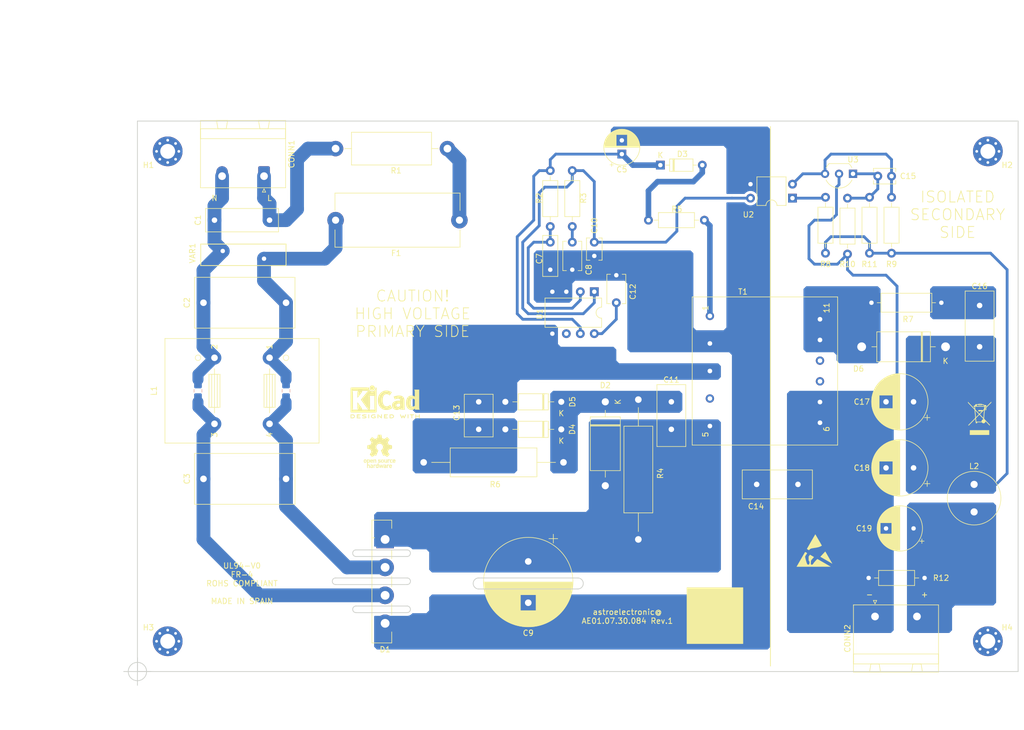
<source format=kicad_pcb>
(kicad_pcb (version 20171130) (host pcbnew 5.1.6-c6e7f7d~86~ubuntu16.04.1)
  (title_block (title "VIPer53 AD/DC Flyback. 12Vdc/2A output.") (date 2020-06-04) (rev 1) (company astroelectronic@))
  (layers (0 F.Cu signal) (31 B.Cu signal) (34 B.Paste user) (35 F.Paste user) (36 B.SilkS user) (37 F.SilkS user) (38 B.Mask user) (39 F.Mask user) (44 Edge.Cuts user))
  (net 0 "")
  (net 1 /LINE)
  (net 2 /NEUTRAL)
  (net 3 "Net-(C2-Pad1)")
  (net 4 "Net-(C3-Pad1)")
  (net 5 "Net-(C3-Pad2)")
  (net 6 GNDREF)
  (net 7 "Net-(C8-Pad1)")
  (net 8 "Net-(C13-Pad2)")
  (net 9 GND)
  (net 10 "Net-(C16-Pad2)")
  (net 11 /RAW)
  (net 12 /VOUT)
  (net 13 "Net-(D3-Pad2)")
  (net 14 "Net-(F1-Pad2)")
  (net 15 "Net-(U1-Pad6)")
  (net 16 "Net-(T1-Pad4)")
  (net 17 /VDD)
  (net 18 /OSC)
  (net 19 /COMP)
  (net 20 /TOVL)
  (net 21 /DRAIN)
  (net 22 /REF)
  (net 23 /BIAS)
  (net 24 /DC_LINK_H)
  (net 25 /DC_LINK_L)
  (net 26 /ISO_K)
  (net 27 /SEC)
  (net 28 /ISO_A)
  (net 29 "Net-(H1-Pad1)")
  (net 30 "Net-(H2-Pad1)")
  (net 31 "Net-(H3-Pad1)")
  (net 32 "Net-(H4-Pad1)")
  (module MountingHole:MountingHole_2.7mm_Pad_Via (layer F.Cu) (at 234.5 143.5)
    (fp_text reference H4 (at 3.5 -2.5) (layer F.SilkS))
    (fp_text value M2.5)
    (pad 1 thru_hole circle (at 1.431891 -1.431891) (size 0.8 0.8) (drill 0.5) (layers *.Cu *.Mask) (net 32 "Net-(H4-Pad1)"))
    (pad 1 thru_hole circle (at 0 -2.025) (size 0.8 0.8) (drill 0.5) (layers *.Cu *.Mask) (net 32 "Net-(H4-Pad1)"))
    (pad 1 thru_hole circle (at -1.431891 -1.431891) (size 0.8 0.8) (drill 0.5) (layers *.Cu *.Mask) (net 32 "Net-(H4-Pad1)"))
    (pad 1 thru_hole circle (at -2.025 0) (size 0.8 0.8) (drill 0.5) (layers *.Cu *.Mask) (net 32 "Net-(H4-Pad1)"))
    (pad 1 thru_hole circle (at -1.431891 1.431891) (size 0.8 0.8) (drill 0.5) (layers *.Cu *.Mask) (net 32 "Net-(H4-Pad1)"))
    (pad 1 thru_hole circle (at 0 2.025) (size 0.8 0.8) (drill 0.5) (layers *.Cu *.Mask) (net 32 "Net-(H4-Pad1)"))
    (pad 1 thru_hole circle (at 1.431891 1.431891) (size 0.8 0.8) (drill 0.5) (layers *.Cu *.Mask) (net 32 "Net-(H4-Pad1)"))
    (pad 1 thru_hole circle (at 2.025 0) (size 0.8 0.8) (drill 0.5) (layers *.Cu *.Mask) (net 32 "Net-(H4-Pad1)"))
    (pad 1 thru_hole circle (at 0 0) (size 5.4 5.4) (drill 2.7) (layers *.Cu *.Mask) (net 32 "Net-(H4-Pad1)"))
  )
  (module MountingHole:MountingHole_2.7mm_Pad_Via (layer F.Cu) (at 85.5 143.5)
    (fp_text reference H3 (at -3.5 -2.5) (layer F.SilkS))
    (fp_text value M2.5)
    (pad 1 thru_hole circle (at 1.431891 -1.431891) (size 0.8 0.8) (drill 0.5) (layers *.Cu *.Mask) (net 31 "Net-(H3-Pad1)"))
    (pad 1 thru_hole circle (at 0 -2.025) (size 0.8 0.8) (drill 0.5) (layers *.Cu *.Mask) (net 31 "Net-(H3-Pad1)"))
    (pad 1 thru_hole circle (at -1.431891 -1.431891) (size 0.8 0.8) (drill 0.5) (layers *.Cu *.Mask) (net 31 "Net-(H3-Pad1)"))
    (pad 1 thru_hole circle (at -2.025 0) (size 0.8 0.8) (drill 0.5) (layers *.Cu *.Mask) (net 31 "Net-(H3-Pad1)"))
    (pad 1 thru_hole circle (at -1.431891 1.431891) (size 0.8 0.8) (drill 0.5) (layers *.Cu *.Mask) (net 31 "Net-(H3-Pad1)"))
    (pad 1 thru_hole circle (at 0 2.025) (size 0.8 0.8) (drill 0.5) (layers *.Cu *.Mask) (net 31 "Net-(H3-Pad1)"))
    (pad 1 thru_hole circle (at 1.431891 1.431891) (size 0.8 0.8) (drill 0.5) (layers *.Cu *.Mask) (net 31 "Net-(H3-Pad1)"))
    (pad 1 thru_hole circle (at 2.025 0) (size 0.8 0.8) (drill 0.5) (layers *.Cu *.Mask) (net 31 "Net-(H3-Pad1)"))
    (pad 1 thru_hole circle (at 0 0) (size 5.4 5.4) (drill 2.7) (layers *.Cu *.Mask) (net 31 "Net-(H3-Pad1)"))
  )
  (module MountingHole:MountingHole_2.7mm_Pad_Via (layer F.Cu) (at 234.5 54.5)
    (fp_text reference H2 (at 3.5 2.5) (layer F.SilkS))
    (fp_text value M2.5)
    (pad 1 thru_hole circle (at 1.431891 -1.431891) (size 0.8 0.8) (drill 0.5) (layers *.Cu *.Mask) (net 30 "Net-(H2-Pad1)"))
    (pad 1 thru_hole circle (at 0 -2.025) (size 0.8 0.8) (drill 0.5) (layers *.Cu *.Mask) (net 30 "Net-(H2-Pad1)"))
    (pad 1 thru_hole circle (at -1.431891 -1.431891) (size 0.8 0.8) (drill 0.5) (layers *.Cu *.Mask) (net 30 "Net-(H2-Pad1)"))
    (pad 1 thru_hole circle (at -2.025 0) (size 0.8 0.8) (drill 0.5) (layers *.Cu *.Mask) (net 30 "Net-(H2-Pad1)"))
    (pad 1 thru_hole circle (at -1.431891 1.431891) (size 0.8 0.8) (drill 0.5) (layers *.Cu *.Mask) (net 30 "Net-(H2-Pad1)"))
    (pad 1 thru_hole circle (at 0 2.025) (size 0.8 0.8) (drill 0.5) (layers *.Cu *.Mask) (net 30 "Net-(H2-Pad1)"))
    (pad 1 thru_hole circle (at 1.431891 1.431891) (size 0.8 0.8) (drill 0.5) (layers *.Cu *.Mask) (net 30 "Net-(H2-Pad1)"))
    (pad 1 thru_hole circle (at 2.025 0) (size 0.8 0.8) (drill 0.5) (layers *.Cu *.Mask) (net 30 "Net-(H2-Pad1)"))
    (pad 1 thru_hole circle (at 0 0) (size 5.4 5.4) (drill 2.7) (layers *.Cu *.Mask) (net 30 "Net-(H2-Pad1)"))
  )
  (module MountingHole:MountingHole_2.7mm_Pad_Via (layer F.Cu) (at 85.5 54.5)
    (fp_text reference H1 (at -3.5 2.5) (layer F.SilkS))
    (fp_text value M2.5)
    (pad 1 thru_hole circle (at 1.431891 -1.431891) (size 0.8 0.8) (drill 0.5) (layers *.Cu *.Mask) (net 29 "Net-(H1-Pad1)"))
    (pad 1 thru_hole circle (at 0 -2.025) (size 0.8 0.8) (drill 0.5) (layers *.Cu *.Mask) (net 29 "Net-(H1-Pad1)"))
    (pad 1 thru_hole circle (at -1.431891 -1.431891) (size 0.8 0.8) (drill 0.5) (layers *.Cu *.Mask) (net 29 "Net-(H1-Pad1)"))
    (pad 1 thru_hole circle (at -2.025 0) (size 0.8 0.8) (drill 0.5) (layers *.Cu *.Mask) (net 29 "Net-(H1-Pad1)"))
    (pad 1 thru_hole circle (at -1.431891 1.431891) (size 0.8 0.8) (drill 0.5) (layers *.Cu *.Mask) (net 29 "Net-(H1-Pad1)"))
    (pad 1 thru_hole circle (at 0 2.025) (size 0.8 0.8) (drill 0.5) (layers *.Cu *.Mask) (net 29 "Net-(H1-Pad1)"))
    (pad 1 thru_hole circle (at 1.431891 1.431891) (size 0.8 0.8) (drill 0.5) (layers *.Cu *.Mask) (net 29 "Net-(H1-Pad1)"))
    (pad 1 thru_hole circle (at 2.025 0) (size 0.8 0.8) (drill 0.5) (layers *.Cu *.Mask) (net 29 "Net-(H1-Pad1)"))
    (pad 1 thru_hole circle (at 0 0) (size 5.4 5.4) (drill 2.7) (layers *.Cu *.Mask) (net 29 "Net-(H1-Pad1)"))
  )
  (module Symbol:WEEE-Logo_4.2x6mm_SilkScreen (layer F.Cu) (at 233 103)
    (fp_text reference REF** hide)
    (fp_text value WEEE-Logo_4.2x6mm_SilkScreen hide)
  )
  (module Symbol:OSHW-Logo_5.7x6mm_SilkScreen (layer F.Cu) (at 124 109)
    (fp_text reference REF** hide)
    (fp_text value OSHW-Logo_5.7x6mm_SilkScreen hide)
  )
  (module Symbol:KiCad-Logo2_5mm_SilkScreen (layer F.Cu) (at 125 100)
    (fp_text reference REF** hide)
    (fp_text value KiCad-Logo2_5mm_SilkScreen hide)
  )
  (module Symbol:ESD-Logo_6.6x6mm_SilkScreen (layer F.Cu) (at 203 127)
    (fp_text reference REF** hide)
    (fp_text value ESD-Logo_6.6x6mm_SilkScreen hide)
  )
  (module Resistor_SMD:R_0805_2012Metric (layer B.Cu) (at 107 98 90)
    (fp_text reference REF** hide)
    (fp_text value R_0805_2012Metric)
    (pad 2 smd roundrect (at 0.9375 0 90) (size 0.975 1.4) (layers B.Cu B.Paste B.Mask) (net 3 "Net-(C2-Pad1)"))
    (pad 1 smd roundrect (at -0.9375 0 90) (size 0.975 1.4) (layers B.Cu B.Paste B.Mask) (net 4 "Net-(C3-Pad1)"))
  )
  (module Resistor_SMD:R_0805_2012Metric (layer B.Cu) (at 91 98 90)
    (fp_text reference REF** hide)
    (fp_text value R_0805_2012Metric)
    (pad 2 smd roundrect (at 0.9375 0 90) (size 0.975 1.4) (layers B.Cu B.Paste B.Mask) (net 2 /NEUTRAL))
    (pad 1 smd roundrect (at -0.9375 0 90) (size 0.975 1.4) (layers B.Cu B.Paste B.Mask) (net 5 "Net-(C3-Pad2)"))
  )
  (module Resistor_THT:R_Axial_DIN0207_L6.3mm_D2.5mm_P10.16mm_Horizontal (layer F.Cu) (at 155 58 270)
    (fp_text reference R2 (at 5 2 90) (layer F.SilkS))
    (fp_text value 3.01K)
    (pad 2 thru_hole oval (at 10.16 0 270) (size 1.6 1.6) (drill 0.8) (layers *.Cu *.Mask) (net 18 /OSC))
    (pad 1 thru_hole circle (at 0 0 270) (size 1.6 1.6) (drill 0.8) (layers *.Cu *.Mask) (net 17 /VDD))
  )
  (module AE01.17.25.000:L_CommonMode_Wuerth_WE-CMB-NC (layer F.Cu) (at 104 92 270)
    (fp_text reference L1 (at 6 21 90) (layer F.SilkS))
    (fp_text value 2x35mH)
    (fp_text user 1 (at -2 0 90) (layer F.SilkS))
    (fp_text user 4 (at 14 0 90) (layer F.SilkS))
    (fp_text user 2 (at -2 10 90) (layer F.SilkS))
    (fp_text user 3 (at 14 10 90) (layer F.SilkS))
    (pad 2 thru_hole circle (at 0 10 270) (size 2.2 2.2) (drill 1.2) (layers *.Cu *.Mask) (net 2 /NEUTRAL))
    (pad 3 thru_hole circle (at 12 10 270) (size 2.2 2.2) (drill 1.2) (layers *.Cu *.Mask) (net 5 "Net-(C3-Pad2)"))
    (pad 4 thru_hole circle (at 12 0 270) (size 2.2 2.2) (drill 1.2) (layers *.Cu *.Mask) (net 4 "Net-(C3-Pad1)"))
    (pad 1 thru_hole circle (at 0 0 270) (size 2.2 2.2) (drill 1.2) (layers *.Cu *.Mask) (net 3 "Net-(C2-Pad1)"))
  )
  (module Fuse:Fuseholder_Cylinder-5x20mm_Schurter_0031_8201_Horizontal_Open (layer F.Cu) (at 116 67)
    (fp_text reference F1 (at 11 6) (layer F.SilkS))
    (fp_text value 3.15AT/250V)
    (pad 1 thru_hole circle (at 0 0) (size 3 3) (drill 1.3) (layers *.Cu *.Mask) (net 3 "Net-(C2-Pad1)"))
    (pad 2 thru_hole circle (at 22.5 0) (size 3 3) (drill 1.3) (layers *.Cu *.Mask) (net 14 "Net-(F1-Pad2)"))
    (pad "" np_thru_hole circle (at 11.25 0) (size 2.7 2.7) (drill 2.7) (layers *.Cu *.Mask))
  )
  (module Capacitor_THT:CP_Radial_D6.3mm_P2.50mm (layer F.Cu) (at 168 55 90)
    (fp_text reference C5 (at -2.794 0 180) (layer F.SilkS))
    (fp_text value 100uF/25V)
    (pad 1 thru_hole rect (at 0 0 90) (size 1.6 1.6) (drill 0.8) (layers *.Cu *.Mask) (net 17 /VDD))
    (pad 2 thru_hole circle (at 2.5 0 90) (size 1.6 1.6) (drill 0.8) (layers *.Cu *.Mask) (net 6 GNDREF))
  )
  (module Capacitor_THT:C_Rect_L7.2mm_W2.5mm_P5.00mm_FKS2_FKP2_MKS2_MKP2 (layer F.Cu) (at 155 71 270)
    (fp_text reference C7 (at 3 2 90) (layer F.SilkS))
    (fp_text value 4.7nF)
    (pad 1 thru_hole circle (at 0 0 270) (size 1.6 1.6) (drill 0.8) (layers *.Cu *.Mask) (net 18 /OSC))
    (pad 2 thru_hole circle (at 5 0 270) (size 1.6 1.6) (drill 0.8) (layers *.Cu *.Mask) (net 6 GNDREF))
  )
  (module Capacitor_THT:C_Disc_D5.1mm_W3.2mm_P5.00mm (layer F.Cu) (at 159 71 270)
    (fp_text reference C8 (at 5 -3 90) (layer F.SilkS))
    (fp_text value 470nF)
    (pad 1 thru_hole circle (at 0 0 270) (size 1.6 1.6) (drill 0.8) (layers *.Cu *.Mask) (net 7 "Net-(C8-Pad1)"))
    (pad 2 thru_hole circle (at 5 0 270) (size 1.6 1.6) (drill 0.8) (layers *.Cu *.Mask) (net 6 GNDREF))
  )
  (module Capacitor_THT:CP_Radial_D16.0mm_P7.50mm (layer F.Cu) (at 151 129 270)
    (fp_text reference C9 (at 13 0) (layer F.SilkS))
    (fp_text value 68uF/400V)
    (pad 1 thru_hole rect (at 0 0 270) (size 2.4 2.4) (drill 1.2) (layers *.Cu *.Mask) (net 24 /DC_LINK_H))
    (pad 2 thru_hole circle (at 7.5 0 270) (size 2.4 2.4) (drill 1.2) (layers *.Cu *.Mask) (net 6 GNDREF))
  )
  (module Capacitor_THT:C_Disc_D3.8mm_W2.6mm_P2.50mm (layer F.Cu) (at 163 71 270)
    (fp_text reference C10 (at -3 0 90) (layer F.SilkS))
    (fp_text value 0.01uF/50V)
    (pad 1 thru_hole circle (at 0 0 270) (size 1.6 1.6) (drill 0.8) (layers *.Cu *.Mask) (net 19 /COMP))
    (pad 2 thru_hole circle (at 2.5 0 270) (size 1.6 1.6) (drill 0.8) (layers *.Cu *.Mask) (net 6 GNDREF))
  )
  (module Capacitor_THT:C_Disc_D5.1mm_W3.2mm_P5.00mm (layer F.Cu) (at 167 82 90)
    (fp_text reference C12 (at 2 3 90) (layer F.SilkS))
    (fp_text value 470nF)
    (pad 2 thru_hole circle (at 5 0 90) (size 1.6 1.6) (drill 0.8) (layers *.Cu *.Mask) (net 6 GNDREF))
    (pad 1 thru_hole circle (at 0 0 90) (size 1.6 1.6) (drill 0.8) (layers *.Cu *.Mask) (net 20 /TOVL))
  )
  (module Capacitor_THT:C_Disc_D7.5mm_W5.0mm_P5.00mm (layer F.Cu) (at 142 100 270)
    (fp_text reference C13 (at 2 4 90) (layer F.SilkS))
    (fp_text value 100pF/1KV)
    (pad 1 thru_hole circle (at 0 0 270) (size 2 2) (drill 1) (layers *.Cu *.Mask) (net 21 /DRAIN))
    (pad 2 thru_hole circle (at 5 0 270) (size 2 2) (drill 1) (layers *.Cu *.Mask) (net 8 "Net-(C13-Pad2)"))
  )
  (module Capacitor_THT:C_Disc_D12.5mm_W5.0mm_P7.50mm (layer F.Cu) (at 200 115 180)
    (fp_text reference C14 (at 7.62 -4) (layer F.SilkS))
    (fp_text value 4.7nF/Y2)
    (pad 1 thru_hole circle (at 0 0 180) (size 2 2) (drill 1) (layers *.Cu *.Mask) (net 9 GND))
    (pad 2 thru_hole circle (at 7.5 0 180) (size 2 2) (drill 1) (layers *.Cu *.Mask) (net 6 GNDREF))
  )
  (module Capacitor_THT:C_Disc_D3.8mm_W2.6mm_P2.50mm (layer F.Cu) (at 217 59 180)
    (fp_text reference C15 (at -3 0 180) (layer F.SilkS))
    (fp_text value 0.01uF/50V)
    (pad 2 thru_hole circle (at 2.5 0 180) (size 1.6 1.6) (drill 0.8) (layers *.Cu *.Mask) (net 22 /REF))
    (pad 1 thru_hole circle (at 0 0 180) (size 1.6 1.6) (drill 0.8) (layers *.Cu *.Mask) (net 26 /ISO_K))
  )
  (module Capacitor_THT:C_Disc_D12.5mm_W5.0mm_P7.50mm (layer F.Cu) (at 233 90 90)
    (fp_text reference C16 (at 11 0 180) (layer F.SilkS))
    (fp_text value 470pF/1KV)
    (pad 2 thru_hole circle (at 7.5 0 90) (size 2 2) (drill 1) (layers *.Cu *.Mask) (net 10 "Net-(C16-Pad2)"))
    (pad 1 thru_hole circle (at 0 0 90) (size 2 2) (drill 1) (layers *.Cu *.Mask) (net 11 /RAW))
  )
  (module Capacitor_THT:CP_Radial_D10.0mm_P5.00mm (layer F.Cu) (at 221 100 180)
    (fp_text reference C17 (at 9.398 0) (layer F.SilkS))
    (fp_text value 1000uF/25V)
    (pad 1 thru_hole rect (at 0 0 180) (size 2 2) (drill 1) (layers *.Cu *.Mask) (net 11 /RAW))
    (pad 2 thru_hole circle (at 5 0 180) (size 2 2) (drill 1) (layers *.Cu *.Mask) (net 9 GND))
  )
  (module Capacitor_THT:CP_Radial_D10.0mm_P5.00mm (layer F.Cu) (at 221 112 180)
    (fp_text reference C18 (at 9.398 0) (layer F.SilkS))
    (fp_text value 1000uF/25V)
    (pad 2 thru_hole circle (at 5 0 180) (size 2 2) (drill 1) (layers *.Cu *.Mask) (net 9 GND))
    (pad 1 thru_hole rect (at 0 0 180) (size 2 2) (drill 1) (layers *.Cu *.Mask) (net 11 /RAW))
  )
  (module Capacitor_THT:CP_Radial_D8.0mm_P5.00mm (layer F.Cu) (at 221 123 180)
    (fp_text reference C19 (at 9 0) (layer F.SilkS))
    (fp_text value 220uF/25V)
    (pad 1 thru_hole rect (at 0 0 180) (size 1.6 1.6) (drill 0.8) (layers *.Cu *.Mask) (net 12 /VOUT))
    (pad 2 thru_hole circle (at 5 0 180) (size 1.6 1.6) (drill 0.8) (layers *.Cu *.Mask) (net 9 GND))
  )
  (module Connector_Phoenix_GMSTB:PhoenixContact_GMSTBA_2,5_2-G-7,62_1x02_P7.62mm_Horizontal (layer F.Cu) (at 214 139)
    (fp_text reference CONN2 (at -5 4 90) (layer F.SilkS))
    (fp_text value 12Vdc/2A)
    (pad 1 thru_hole roundrect (at 0 0) (size 2.1 3.6) (drill 1.4) (layers *.Cu *.Mask) (roundrect_rratio 0.119048) (net 9 GND))
    (pad 2 thru_hole oval (at 7.62 0) (size 2.1 3.6) (drill 1.4) (layers *.Cu *.Mask) (net 12 /VOUT))
  )
  (module Diode_THT:Diode_Bridge_Vishay_GBU (layer F.Cu) (at 125 125 270)
    (fp_text reference D1 (at 20 0 180) (layer F.SilkS))
    (fp_text value GBU810)
    (pad 4 thru_hole circle (at 15.24 0 270) (size 3.2 3.2) (drill 1.6) (layers *.Cu *.Mask) (net 6 GNDREF))
    (pad 3 thru_hole circle (at 10.16 0 270) (size 3.2 3.2) (drill 1.6) (layers *.Cu *.Mask) (net 5 "Net-(C3-Pad2)"))
    (pad 2 thru_hole circle (at 5.08 0 270) (size 3.2 3.2) (drill 1.6) (layers *.Cu *.Mask) (net 4 "Net-(C3-Pad1)"))
    (pad 1 thru_hole rect (at 0 0 270) (size 3.2 3.2) (drill 1.6) (layers *.Cu *.Mask) (net 24 /DC_LINK_H))
  )
  (module Diode_THT:D_DO-201_P15.24mm_Horizontal (layer F.Cu) (at 165 100 270)
    (fp_text reference D2 (at -3 0 180) (layer F.SilkS))
    (fp_text value 1.5KE220A)
    (fp_text user K (at 0 -2.3 90) (layer F.SilkS))
    (pad 1 thru_hole rect (at 0 0 270) (size 2.6 2.6) (drill 1.3) (layers *.Cu *.Mask) (net 25 /DC_LINK_L))
    (pad 2 thru_hole oval (at 15.24 0 270) (size 2.6 2.6) (drill 1.3) (layers *.Cu *.Mask) (net 24 /DC_LINK_H))
  )
  (module Diode_THT:D_DO-35_SOD27_P7.62mm_Horizontal (layer F.Cu) (at 175 57)
    (fp_text reference D3 (at 4 -2) (layer F.SilkS))
    (fp_text value 1N4148)
    (fp_text user K (at 0 -1.8) (layer F.SilkS))
    (pad 1 thru_hole rect (at 0 0) (size 1.6 1.6) (drill 0.8) (layers *.Cu *.Mask) (net 17 /VDD))
    (pad 2 thru_hole oval (at 7.62 0) (size 1.6 1.6) (drill 0.8) (layers *.Cu *.Mask) (net 13 "Net-(D3-Pad2)"))
  )
  (module Diode_THT:D_DO-41_SOD81_P10.16mm_Horizontal (layer F.Cu) (at 157 105 180)
    (fp_text reference D4 (at -2 0 270) (layer F.SilkS))
    (fp_text value STTH1R06)
    (fp_text user K (at 0 -2.1) (layer F.SilkS))
    (pad 1 thru_hole rect (at 0 0 180) (size 2.2 2.2) (drill 1.1) (layers *.Cu *.Mask) (net 25 /DC_LINK_L))
    (pad 2 thru_hole oval (at 10.16 0 180) (size 2.2 2.2) (drill 1.1) (layers *.Cu *.Mask) (net 8 "Net-(C13-Pad2)"))
  )
  (module Diode_THT:D_DO-41_SOD81_P10.16mm_Horizontal (layer F.Cu) (at 157 100 180)
    (fp_text reference D5 (at -2.032 0 90) (layer F.SilkS))
    (fp_text value STTH1R06)
    (fp_text user K (at 0 -2.1) (layer F.SilkS))
    (pad 2 thru_hole oval (at 10.16 0 180) (size 2.2 2.2) (drill 1.1) (layers *.Cu *.Mask) (net 21 /DRAIN))
    (pad 1 thru_hole rect (at 0 0 180) (size 2.2 2.2) (drill 1.1) (layers *.Cu *.Mask) (net 25 /DC_LINK_L))
  )
  (module Diode_THT:D_DO-201AD_P15.24mm_Horizontal (layer F.Cu) (at 226.812 90 180)
    (fp_text reference D6 (at 15.812 -4) (layer F.SilkS))
    (fp_text value SB3200TA)
    (fp_text user K (at 0 -2.6) (layer F.SilkS))
    (pad 1 thru_hole rect (at 0 0 180) (size 3.2 3.2) (drill 1.6) (layers *.Cu *.Mask) (net 11 /RAW))
    (pad 2 thru_hole oval (at 15.24 0 180) (size 3.2 3.2) (drill 1.6) (layers *.Cu *.Mask) (net 27 /SEC))
  )
  (module Resistor_THT:R_Axial_DIN0614_L14.3mm_D5.7mm_P20.32mm_Horizontal (layer F.Cu) (at 116 54)
    (fp_text reference R1 (at 11 4) (layer F.SilkS))
    (fp_text value 4ohm/3W)
    (pad 1 thru_hole circle (at 0 0) (size 2.8 2.8) (drill 1.4) (layers *.Cu *.Mask) (net 1 /LINE))
    (pad 2 thru_hole oval (at 20.32 0) (size 2.8 2.8) (drill 1.4) (layers *.Cu *.Mask) (net 14 "Net-(F1-Pad2)"))
  )
  (module Resistor_THT:R_Axial_DIN0207_L6.3mm_D2.5mm_P10.16mm_Horizontal (layer F.Cu) (at 159 58 270)
    (fp_text reference R3 (at 5 -2 90) (layer F.SilkS))
    (fp_text value 3.32K)
    (pad 2 thru_hole oval (at 10.16 0 270) (size 1.6 1.6) (drill 0.8) (layers *.Cu *.Mask) (net 7 "Net-(C8-Pad1)"))
    (pad 1 thru_hole circle (at 0 0 270) (size 1.6 1.6) (drill 0.8) (layers *.Cu *.Mask) (net 19 /COMP))
  )
  (module Resistor_THT:R_Axial_DIN0516_L15.5mm_D5.0mm_P25.40mm_Horizontal (layer F.Cu) (at 171 125 90)
    (fp_text reference R4 (at 12 4 270) (layer F.SilkS))
    (fp_text value 22K/2W)
    (pad 2 thru_hole oval (at 25.4 0 90) (size 2.4 2.4) (drill 1.2) (layers *.Cu *.Mask) (net 25 /DC_LINK_L))
    (pad 1 thru_hole circle (at 0 0 90) (size 2.4 2.4) (drill 1.2) (layers *.Cu *.Mask) (net 24 /DC_LINK_H))
  )
  (module Resistor_THT:R_Axial_DIN0207_L6.3mm_D2.5mm_P10.16mm_Horizontal (layer F.Cu) (at 183 67 180)
    (fp_text reference R5 (at 5 2) (layer F.SilkS))
    (fp_text value 15)
    (pad 2 thru_hole oval (at 10.16 0 180) (size 1.6 1.6) (drill 0.8) (layers *.Cu *.Mask) (net 13 "Net-(D3-Pad2)"))
    (pad 1 thru_hole circle (at 0 0 180) (size 1.6 1.6) (drill 0.8) (layers *.Cu *.Mask) (net 23 /BIAS))
  )
  (module Resistor_THT:R_Axial_DIN0516_L15.5mm_D5.0mm_P25.40mm_Horizontal (layer F.Cu) (at 132 111)
    (fp_text reference R6 (at 13 4) (layer F.SilkS))
    (fp_text value 1.0K/2W)
    (pad 1 thru_hole circle (at 0 0) (size 2.4 2.4) (drill 1.2) (layers *.Cu *.Mask) (net 8 "Net-(C13-Pad2)"))
    (pad 2 thru_hole oval (at 25.4 0) (size 2.4 2.4) (drill 1.2) (layers *.Cu *.Mask) (net 25 /DC_LINK_L))
  )
  (module Resistor_THT:R_Axial_DIN0309_L9.0mm_D3.2mm_P12.70mm_Horizontal (layer F.Cu) (at 226.05 82 180)
    (fp_text reference R7 (at 6.05 -3) (layer F.SilkS))
    (fp_text value 22R/0.5W)
    (pad 1 thru_hole circle (at 0 0 180) (size 1.6 1.6) (drill 0.8) (layers *.Cu *.Mask) (net 10 "Net-(C16-Pad2)"))
    (pad 2 thru_hole oval (at 12.7 0 180) (size 1.6 1.6) (drill 0.8) (layers *.Cu *.Mask) (net 27 /SEC))
  )
  (module Resistor_THT:R_Axial_DIN0207_L6.3mm_D2.5mm_P10.16mm_Horizontal (layer F.Cu) (at 205 73 90)
    (fp_text reference R8 (at -2 0 180) (layer F.SilkS))
    (fp_text value 68.1)
    (pad 1 thru_hole circle (at 0 0 90) (size 1.6 1.6) (drill 0.8) (layers *.Cu *.Mask) (net 11 /RAW))
    (pad 2 thru_hole oval (at 10.16 0 90) (size 1.6 1.6) (drill 0.8) (layers *.Cu *.Mask) (net 28 /ISO_A))
  )
  (module Resistor_THT:R_Axial_DIN0207_L6.3mm_D2.5mm_P10.16mm_Horizontal (layer F.Cu) (at 217 73 90)
    (fp_text reference R9 (at -2 0 180) (layer F.SilkS))
    (fp_text value 1K)
    (pad 2 thru_hole oval (at 10.16 0 90) (size 1.6 1.6) (drill 0.8) (layers *.Cu *.Mask) (net 26 /ISO_K))
    (pad 1 thru_hole circle (at 0 0 90) (size 1.6 1.6) (drill 0.8) (layers *.Cu *.Mask) (net 11 /RAW))
  )
  (module Resistor_THT:R_Axial_DIN0207_L6.3mm_D2.5mm_P10.16mm_Horizontal (layer F.Cu) (at 209 63 270)
    (fp_text reference R10 (at 12 0 180) (layer F.SilkS))
    (fp_text value 3.48K)
    (pad 1 thru_hole circle (at 0 0 270) (size 1.6 1.6) (drill 0.8) (layers *.Cu *.Mask) (net 22 /REF))
    (pad 2 thru_hole oval (at 10.16 0 270) (size 1.6 1.6) (drill 0.8) (layers *.Cu *.Mask) (net 9 GND))
  )
  (module Resistor_THT:R_Axial_DIN0207_L6.3mm_D2.5mm_P10.16mm_Horizontal (layer F.Cu) (at 213 73 90)
    (fp_text reference R11 (at -2 0 180) (layer F.SilkS))
    (fp_text value 13.3K)
    (pad 2 thru_hole oval (at 10.16 0 90) (size 1.6 1.6) (drill 0.8) (layers *.Cu *.Mask) (net 22 /REF))
    (pad 1 thru_hole circle (at 0 0 90) (size 1.6 1.6) (drill 0.8) (layers *.Cu *.Mask) (net 11 /RAW))
  )
  (module Resistor_THT:R_Axial_DIN0207_L6.3mm_D2.5mm_P10.16mm_Horizontal (layer F.Cu) (at 223 132 180)
    (fp_text reference R12 (at -3 0) (layer F.SilkS))
    (fp_text value DNP)
    (pad 1 thru_hole circle (at 0 0 180) (size 1.6 1.6) (drill 0.8) (layers *.Cu *.Mask) (net 12 /VOUT))
    (pad 2 thru_hole oval (at 10.16 0 180) (size 1.6 1.6) (drill 0.8) (layers *.Cu *.Mask) (net 9 GND))
  )
  (module Package_DIP:DIP-8_W7.62mm (layer F.Cu) (at 163 80 270)
    (fp_text reference U1 (at 4.064 9.906 90) (layer F.SilkS))
    (fp_text value VIPer53EDIP-E)
    (pad 1 thru_hole rect (at 0 0 270) (size 1.6 1.6) (drill 0.8) (layers *.Cu *.Mask) (net 19 /COMP))
    (pad 5 thru_hole oval (at 7.62 7.62 270) (size 1.6 1.6) (drill 0.8) (layers *.Cu *.Mask) (net 21 /DRAIN))
    (pad 2 thru_hole oval (at 0 2.54 270) (size 1.6 1.6) (drill 0.8) (layers *.Cu *.Mask) (net 18 /OSC))
    (pad 6 thru_hole oval (at 7.62 5.08 270) (size 1.6 1.6) (drill 0.8) (layers *.Cu *.Mask) (net 15 "Net-(U1-Pad6)"))
    (pad 3 thru_hole oval (at 0 5.08 270) (size 1.6 1.6) (drill 0.8) (layers *.Cu *.Mask) (net 6 GNDREF))
    (pad 7 thru_hole oval (at 7.62 2.54 270) (size 1.6 1.6) (drill 0.8) (layers *.Cu *.Mask) (net 17 /VDD))
    (pad 4 thru_hole oval (at 0 7.62 270) (size 1.6 1.6) (drill 0.8) (layers *.Cu *.Mask) (net 6 GNDREF))
    (pad 8 thru_hole oval (at 7.62 0 270) (size 1.6 1.6) (drill 0.8) (layers *.Cu *.Mask) (net 20 /TOVL))
  )
  (module Package_DIP:DIP-4_W7.62mm (layer F.Cu) (at 199 63 180)
    (fp_text reference U2 (at 8 -3) (layer F.SilkS))
    (fp_text value LTV-817)
    (pad 1 thru_hole rect (at 0 0 180) (size 1.6 1.6) (drill 0.8) (layers *.Cu *.Mask) (net 28 /ISO_A))
    (pad 3 thru_hole oval (at 7.62 2.54 180) (size 1.6 1.6) (drill 0.8) (layers *.Cu *.Mask) (net 6 GNDREF))
    (pad 2 thru_hole oval (at 0 2.54 180) (size 1.6 1.6) (drill 0.8) (layers *.Cu *.Mask) (net 26 /ISO_K))
    (pad 4 thru_hole oval (at 7.62 0 180) (size 1.6 1.6) (drill 0.8) (layers *.Cu *.Mask) (net 19 /COMP))
  )
  (module Varistor:RV_Disc_D15.5mm_W3.9mm_P7.5mm (layer F.Cu) (at 103 74 180)
    (fp_text reference VAR1 (at 13 1 90) (layer F.SilkS))
    (fp_text value 275V)
    (pad 1 thru_hole circle (at 0 0 180) (size 1.8 1.8) (drill 0.8) (layers *.Cu *.Mask) (net 3 "Net-(C2-Pad1)"))
    (pad 2 thru_hole circle (at 7.5 1.4 180) (size 1.8 1.8) (drill 0.8) (layers *.Cu *.Mask) (net 2 /NEUTRAL))
  )
  (module AE01.17.29.000:CVP_53-001 (layer F.Cu) (at 204 85 270)
    (fp_text reference T1 (at -5 14 180) (layer F.SilkS))
    (fp_text value CVP_53-001)
    (fp_text user 1 (at -2.06 20.79 90) (layer F.SilkS))
    (fp_text user 5 (at 20.94 20.79 90) (layer F.SilkS))
    (fp_text user 6 (at 19.94 -1.21 90) (layer F.SilkS))
    (fp_text user 11 (at -2.06 -1.21 90) (layer F.SilkS))
    (pad 1 thru_hole circle (at -0.6 20 270) (size 1.524 1.524) (drill 0.84) (layers *.Cu *.Mask) (net 23 /BIAS))
    (pad 2 thru_hole circle (at 4.4 20 270) (size 1.524 1.524) (drill 0.84) (layers *.Cu *.Mask) (net 6 GNDREF))
    (pad 3 thru_hole circle (at 9.4 20 270) (size 1.524 1.524) (drill 0.84) (layers *.Cu *.Mask) (net 21 /DRAIN))
    (pad 4 thru_hole circle (at 14.4 20 270) (size 1.524 1.524) (drill 0.84) (layers *.Cu *.Mask) (net 16 "Net-(T1-Pad4)"))
    (pad 5 thru_hole circle (at 19.4 20 270) (size 1.524 1.524) (drill 0.84) (layers *.Cu *.Mask) (net 24 /DC_LINK_H))
    (pad 11 thru_hole circle (at 0 0 270) (size 1.524 1.524) (drill 0.84) (layers *.Cu *.Mask) (net 27 /SEC))
    (pad 10 thru_hole circle (at 3.76 0 270) (size 1.524 1.524) (drill 0.84) (layers *.Cu *.Mask) (net 27 /SEC))
    (pad 9 thru_hole circle (at 7.52 0 270) (size 1.524 1.524) (drill 0.84) (layers *.Cu *.Mask))
    (pad 8 thru_hole circle (at 11.28 0 270) (size 1.524 1.524) (drill 0.84) (layers *.Cu *.Mask))
    (pad 7 thru_hole circle (at 15.04 0 270) (size 1.524 1.524) (drill 0.84) (layers *.Cu *.Mask) (net 9 GND))
    (pad 6 thru_hole circle (at 18.8 0 270) (size 1.524 1.524) (drill 0.84) (layers *.Cu *.Mask) (net 9 GND))
  )
  (module Package_TO_SOT_THT:TO-92_Inline_Wide (layer F.Cu) (at 210 58.576 180)
    (fp_text reference U3 (at 0 2.576) (layer F.SilkS))
    (fp_text value TL431)
    (pad 2 thru_hole circle (at 2.54 0 270) (size 1.5 1.5) (drill 0.8) (layers *.Cu *.Mask) (net 9 GND))
    (pad 3 thru_hole circle (at 5.08 0 270) (size 1.5 1.5) (drill 0.8) (layers *.Cu *.Mask) (net 26 /ISO_K))
    (pad 1 thru_hole rect (at 0 0 270) (size 1.5 1.5) (drill 0.8) (layers *.Cu *.Mask) (net 22 /REF))
  )
  (module Inductor_THT:L_Radial_D9.5mm_P5.00mm_Fastron_07HVP (layer F.Cu) (at 232 115 270)
    (fp_text reference L2 (at -3.302 0 180) (layer F.SilkS))
    (fp_text value 2.2uH)
    (pad 1 thru_hole circle (at 0 0 270) (size 2.6 2.6) (drill 1.3) (layers *.Cu *.Mask) (net 11 /RAW))
    (pad 2 thru_hole circle (at 5 0 270) (size 2.6 2.6) (drill 1.3) (layers *.Cu *.Mask) (net 12 /VOUT))
  )
  (module Capacitor_THT:C_Rect_L13.0mm_W4.0mm_P10.00mm_FKS3_FKP3_MKS4 (layer F.Cu) (at 104 67 180)
    (fp_text reference C1 (at 13 0 90) (layer F.SilkS))
    (fp_text value 0.047uF)
    (pad 1 thru_hole circle (at 0 0 180) (size 2 2) (drill 1) (layers *.Cu *.Mask) (net 1 /LINE))
    (pad 2 thru_hole circle (at 10 0 180) (size 2 2) (drill 1) (layers *.Cu *.Mask) (net 2 /NEUTRAL))
  )
  (module Capacitor_THT:C_Rect_L18.0mm_W9.0mm_P15.00mm_FKS3_FKP3 (layer F.Cu) (at 107 82 180)
    (fp_text reference C2 (at 18 0 90) (layer F.SilkS))
    (fp_text value 0.33uF)
    (pad 2 thru_hole circle (at 15 0 180) (size 2.4 2.4) (drill 1.2) (layers *.Cu *.Mask) (net 2 /NEUTRAL))
    (pad 1 thru_hole circle (at 0 0 180) (size 2.4 2.4) (drill 1.2) (layers *.Cu *.Mask) (net 3 "Net-(C2-Pad1)"))
  )
  (module Capacitor_THT:C_Rect_L18.0mm_W9.0mm_P15.00mm_FKS3_FKP3 (layer F.Cu) (at 107 114 180)
    (fp_text reference C3 (at 18 0 90) (layer F.SilkS))
    (fp_text value 0.33uF)
    (pad 1 thru_hole circle (at 0 0 180) (size 2.4 2.4) (drill 1.2) (layers *.Cu *.Mask) (net 4 "Net-(C3-Pad1)"))
    (pad 2 thru_hole circle (at 15 0 180) (size 2.4 2.4) (drill 1.2) (layers *.Cu *.Mask) (net 5 "Net-(C3-Pad2)"))
  )
  (module Connector_Phoenix_GMSTB:PhoenixContact_GMSTBA_2,5_2-G-7,62_1x02_P7.62mm_Horizontal (layer F.Cu) (at 103 59 180)
    (fp_text reference CONN1 (at -5 4 90) (layer F.SilkS))
    (fp_text value 100-240Vac)
    (pad 1 thru_hole roundrect (at 0 0 180) (size 2.1 3.6) (drill 1.4) (layers *.Cu *.Mask) (roundrect_rratio 0.119048) (net 1 /LINE))
    (pad 2 thru_hole oval (at 7.62 0 180) (size 2.1 3.6) (drill 1.4) (layers *.Cu *.Mask) (net 2 /NEUTRAL))
  )
  (module Capacitor_THT:C_Disc_D11.0mm_W5.0mm_P5.00mm (layer F.Cu) (at 177 105 90)
    (fp_text reference C11 (at 9 0) (layer F.SilkS))
    (fp_text value 4700pF/1KV)
    (pad 1 thru_hole circle (at 0 0 90) (size 2 2) (drill 1) (layers *.Cu *.Mask) (net 24 /DC_LINK_H))
    (pad 2 thru_hole circle (at 5 0 90) (size 2 2) (drill 1) (layers *.Cu *.Mask) (net 25 /DC_LINK_L))
  )
  (gr_arc (start 129 137.7) (end 129 138.3) (angle -180) (layer Edge.Cuts) (width 0.15))
  (gr_arc (start 129 132.6) (end 129 133.2) (angle -180) (layer Edge.Cuts) (width 0.15))
  (gr_arc (start 129 127.5) (end 129 128.1) (angle -180) (layer Edge.Cuts) (width 0.15))
  (gr_arc (start 160 133) (end 160 134) (angle -180) (layer Edge.Cuts) (width 0.15))
  (gr_arc (start 142 133) (end 142 132) (angle -180) (layer Edge.Cuts) (width 0.15))
  (gr_line (start 142 134) (end 160 134) (layer Edge.Cuts) (width 0.15))
  (gr_line (start 160 132) (end 142 132) (layer Edge.Cuts) (width 0.15))
  (gr_arc (start 119.7 137.7) (end 119.7 137.1) (angle -180) (layer Edge.Cuts) (width 0.15))
  (gr_arc (start 116 132.6) (end 116 132) (angle -180) (layer Edge.Cuts) (width 0.15))
  (gr_arc (start 119.7 127.5) (end 119.7 126.9) (angle -180) (layer Edge.Cuts) (width 0.15))
  (gr_line (start 119.7 138.3) (end 129 138.3) (layer Edge.Cuts) (width 0.15))
  (gr_line (start 119.7 137.1) (end 129 137.1) (layer Edge.Cuts) (width 0.15))
  (gr_line (start 116 133.2) (end 129 133.2) (layer Edge.Cuts) (width 0.15))
  (gr_line (start 116 132) (end 129 132) (layer Edge.Cuts) (width 0.15))
  (gr_line (start 119.7 128.1) (end 129 128.1) (layer Edge.Cuts) (width 0.15))
  (gr_line (start 119.7 126.9) (end 129 126.9) (layer Edge.Cuts) (width 0.15))
  (gr_line (start 195 50) (end 195 148) (layer F.SilkS) (width 0.15))
  (target plus (at 80 149) (size 5) (width 0.15) (layer Edge.Cuts))
  (gr_line (start 80 149) (end 240 149) (layer Edge.Cuts) (width 0.15))
  (gr_line (start 240 49) (end 240 149) (layer Edge.Cuts) (width 0.15))
  (gr_line (start 80 49) (end 80 149) (layer Edge.Cuts) (width 0.15))
  (gr_line (start 80 49) (end 240 49) (layer Edge.Cuts) (width 0.15))
  (gr_text "ISOLATED\nSECONDARY\nSIDE" (at 229 66) (layer F.SilkS) (effects (font (size 2 2))))
  (gr_text "CAUTION!\nHIGH VOLTAGE\nPRIMARY SIDE" (at 130 84) (layer F.SilkS) (effects (font (size 2 2))))
  (gr_text "astroelectronic@\nAE01.07.30.084 Rev.1" (at 169 139) (layer F.SilkS) (effects (font (size 1 1))))
  (gr_poly (pts (xy 190 143.92) (xy 179.84 143.92) (xy 179.84 133.76) (xy 190 133.76)) (layer F.SilkS) (width 0.1))
  (gr_text "UL94-V0\nFR-4\nROHS COMPLIANT\n\nMADE IN SPAIN" (at 99 133) (layer F.SilkS) (effects (font (size 1 1))))
  (gr_text + (at 223 135) (layer F.SilkS) (effects (font (size 1 1))))
  (gr_text - (at 213 135) (layer F.SilkS) (effects (font (size 1 1))))
  (gr_text L (at 104 63) (layer F.SilkS) (effects (font (size 1 1))))
  (gr_text N (at 94 63) (layer F.SilkS) (effects (font (size 1 1))))
  (segment (start 103 63) (end 103 59) (width 2.5) (layer B.Cu) (net 1))
  (segment (start 104 64) (end 103 63) (width 2.5) (layer B.Cu) (net 1))
  (segment (start 104 67) (end 104 64) (width 2.5) (layer B.Cu) (net 1))
  (segment (start 111 54) (end 116 54) (width 2.5) (layer B.Cu) (net 1))
  (segment (start 104 67) (end 107 67) (width 2.5) (layer B.Cu) (net 1))
  (segment (start 107 67) (end 109 65) (width 2.5) (layer B.Cu) (net 1))
  (segment (start 109 65) (end 109 56) (width 2.5) (layer B.Cu) (net 1))
  (segment (start 109 56) (end 111 54) (width 2.5) (layer B.Cu) (net 1))
  (segment (start 94 64.38) (end 95.38 63) (width 2.5) (layer B.Cu) (net 2))
  (segment (start 95.38 59) (end 95.38 63) (width 2.5) (layer B.Cu) (net 2))
  (segment (start 94 67) (end 94 64.38) (width 2.5) (layer B.Cu) (net 2))
  (segment (start 94 71.1) (end 95.5 72.6) (width 2.5) (layer B.Cu) (net 2))
  (segment (start 94 67) (end 94 71.1) (width 2.5) (layer B.Cu) (net 2))
  (segment (start 92 90) (end 94 92) (width 2.5) (layer B.Cu) (net 2))
  (segment (start 92 82) (end 92 90) (width 2.5) (layer B.Cu) (net 2))
  (segment (start 91 95) (end 94 92) (width 2) (layer B.Cu) (net 2))
  (segment (start 91 96) (end 91 95) (width 2) (layer B.Cu) (net 2))
  (segment (start 92 76.1) (end 92 82) (width 2.5) (layer B.Cu) (net 2))
  (segment (start 95.5 72.6) (end 92 76.1) (width 2.5) (layer B.Cu) (net 2))
  (segment (start 91 97.0625) (end 91 96) (width 0.25) (layer B.Cu) (net 2))
  (segment (start 107 89) (end 104 92) (width 2.5) (layer B.Cu) (net 3))
  (segment (start 107 82) (end 107 89) (width 2.5) (layer B.Cu) (net 3))
  (segment (start 107 95) (end 104 92) (width 2) (layer B.Cu) (net 3))
  (segment (start 107 96) (end 107 95) (width 2) (layer B.Cu) (net 3))
  (segment (start 103 74) (end 103 78) (width 2.5) (layer B.Cu) (net 3))
  (segment (start 103 78) (end 107 82) (width 2.5) (layer B.Cu) (net 3))
  (segment (start 107 97.0625) (end 107 96) (width 0.25) (layer B.Cu) (net 3))
  (segment (start 103 74) (end 114 74) (width 2.5) (layer B.Cu) (net 3))
  (segment (start 114 74) (end 116 72) (width 2.5) (layer B.Cu) (net 3))
  (segment (start 116 72) (end 116 67) (width 2.5) (layer B.Cu) (net 3))
  (segment (start 107 101) (end 104 104) (width 2) (layer B.Cu) (net 4))
  (segment (start 107 100) (end 107 101) (width 2) (layer B.Cu) (net 4))
  (segment (start 107 107) (end 104 104) (width 2.5) (layer B.Cu) (net 4))
  (segment (start 107 114) (end 107 107) (width 2.5) (layer B.Cu) (net 4))
  (segment (start 107 98.9375) (end 107 100) (width 0.25) (layer B.Cu) (net 4))
  (segment (start 107 119) (end 107 114) (width 2.5) (layer B.Cu) (net 4))
  (segment (start 125 130.08) (end 118.08 130.08) (width 2.5) (layer B.Cu) (net 4))
  (segment (start 118.08 130.08) (end 107 119) (width 2.5) (layer B.Cu) (net 4))
  (segment (start 91 101) (end 94 104) (width 2) (layer B.Cu) (net 5))
  (segment (start 91 100) (end 91 101) (width 2) (layer B.Cu) (net 5))
  (segment (start 92 106) (end 94 104) (width 2.5) (layer B.Cu) (net 5))
  (segment (start 92 114) (end 92 106) (width 2.5) (layer B.Cu) (net 5))
  (segment (start 91 98.9375) (end 91 100) (width 0.25) (layer B.Cu) (net 5))
  (segment (start 92 125) (end 92 114) (width 2.5) (layer B.Cu) (net 5))
  (segment (start 102.16 135.16) (end 92 125) (width 2.5) (layer B.Cu) (net 5))
  (segment (start 125 135.16) (end 102.16 135.16) (width 2.5) (layer B.Cu) (net 5))
  (segment (start 159 71) (end 159 68.16) (width 0.508) (layer B.Cu) (net 7))
  (segment (start 216 100) (end 216 97) (width 0.508) (layer B.Cu) (net 9))
  (segment (start 216 97) (end 218 95) (width 0.508) (layer B.Cu) (net 9))
  (segment (start 218 95) (end 218 79) (width 0.508) (layer B.Cu) (net 9))
  (segment (start 218 79) (end 216 77) (width 0.508) (layer B.Cu) (net 9))
  (segment (start 216 77) (end 210 77) (width 0.508) (layer B.Cu) (net 9))
  (segment (start 209 76) (end 209 73.16) (width 0.508) (layer B.Cu) (net 9))
  (segment (start 210 77) (end 209 76) (width 0.508) (layer B.Cu) (net 9))
  (segment (start 207.46 58.576) (end 207.46 60.54) (width 0.508) (layer B.Cu) (net 9))
  (segment (start 207.46 60.54) (end 207 61) (width 0.508) (layer B.Cu) (net 9))
  (segment (start 207 61) (end 207 66) (width 0.508) (layer B.Cu) (net 9))
  (segment (start 207 66) (end 206 67) (width 0.508) (layer B.Cu) (net 9))
  (segment (start 206 67) (end 203 67) (width 0.508) (layer B.Cu) (net 9))
  (segment (start 203 67) (end 202 68) (width 0.508) (layer B.Cu) (net 9))
  (segment (start 202 68) (end 202 74) (width 0.508) (layer B.Cu) (net 9))
  (segment (start 202 74) (end 203 75) (width 0.508) (layer B.Cu) (net 9))
  (segment (start 207.16 75) (end 209 73.16) (width 0.508) (layer B.Cu) (net 9))
  (segment (start 203 75) (end 207.16 75) (width 0.508) (layer B.Cu) (net 9))
  (segment (start 232 115) (end 236 115) (width 0.508) (layer B.Cu) (net 11))
  (segment (start 217 73) (end 235 73) (width 0.508) (layer B.Cu) (net 11))
  (segment (start 235 73) (end 235.308 73.308) (width 0.508) (layer B.Cu) (net 11))
  (segment (start 236 115) (end 238 113) (width 0.508) (layer B.Cu) (net 11))
  (segment (start 238 113) (end 238 76) (width 0.508) (layer B.Cu) (net 11))
  (segment (start 238 76) (end 235.308 73.308) (width 0.508) (layer B.Cu) (net 11))
  (segment (start 205 73) (end 205 71) (width 0.508) (layer B.Cu) (net 11))
  (segment (start 206 70) (end 212 70) (width 0.508) (layer B.Cu) (net 11))
  (segment (start 213 71) (end 212 70) (width 0.508) (layer B.Cu) (net 11))
  (segment (start 213 73) (end 213 71) (width 0.508) (layer B.Cu) (net 11))
  (segment (start 205 71) (end 206 70) (width 0.508) (layer B.Cu) (net 11))
  (segment (start 213 73) (end 217 73) (width 0.508) (layer B.Cu) (net 11))
  (segment (start 182.62 58.38) (end 182.62 57) (width 1.016) (layer B.Cu) (net 13))
  (segment (start 172.84 67) (end 172.84 61.66) (width 1.016) (layer B.Cu) (net 13))
  (segment (start 172.84 61.66) (end 174.5 60) (width 1.016) (layer B.Cu) (net 13))
  (segment (start 181 60) (end 182.62 58.38) (width 1.016) (layer B.Cu) (net 13))
  (segment (start 174.5 60) (end 181 60) (width 1.016) (layer B.Cu) (net 13))
  (segment (start 138.5 56.18) (end 136.32 54) (width 2.5) (layer B.Cu) (net 14))
  (segment (start 138.5 67) (end 138.5 56.18) (width 2.5) (layer B.Cu) (net 14))
  (segment (start 160.46 86.46) (end 159 85) (width 0.508) (layer B.Cu) (net 17))
  (segment (start 150 85) (end 149 84) (width 0.508) (layer B.Cu) (net 17))
  (segment (start 159 85) (end 150 85) (width 0.508) (layer B.Cu) (net 17))
  (segment (start 160.46 87.62) (end 160.46 86.46) (width 0.508) (layer B.Cu) (net 17))
  (segment (start 149 70) (end 149 84) (width 0.508) (layer B.Cu) (net 17))
  (segment (start 153 58) (end 152 59) (width 0.508) (layer B.Cu) (net 17))
  (segment (start 155 58) (end 153 58) (width 0.508) (layer B.Cu) (net 17))
  (segment (start 152 59) (end 152 67) (width 0.508) (layer B.Cu) (net 17))
  (segment (start 152 67) (end 149 70) (width 0.508) (layer B.Cu) (net 17))
  (segment (start 168 55) (end 156 55) (width 0.508) (layer B.Cu) (net 17))
  (segment (start 155 56) (end 155 58) (width 0.508) (layer B.Cu) (net 17))
  (segment (start 156 55) (end 155 56) (width 0.508) (layer B.Cu) (net 17))
  (segment (start 170 57) (end 175 57) (width 1.016) (layer B.Cu) (net 17))
  (segment (start 168 55) (end 170 57) (width 1.016) (layer B.Cu) (net 17))
  (segment (start 160.46 81.54) (end 160.46 80) (width 0.508) (layer B.Cu) (net 18))
  (segment (start 159 83) (end 160.46 81.54) (width 0.508) (layer B.Cu) (net 18))
  (segment (start 152 83) (end 159 83) (width 0.508) (layer B.Cu) (net 18))
  (segment (start 155 71) (end 152 71) (width 0.508) (layer B.Cu) (net 18))
  (segment (start 152 71) (end 151 72) (width 0.508) (layer B.Cu) (net 18))
  (segment (start 151 72) (end 151 82) (width 0.508) (layer B.Cu) (net 18))
  (segment (start 151 82) (end 152 83) (width 0.508) (layer B.Cu) (net 18))
  (segment (start 155 71) (end 155 68.16) (width 0.508) (layer B.Cu) (net 18))
  (segment (start 161 84) (end 163 82) (width 0.508) (layer B.Cu) (net 19))
  (segment (start 163 82) (end 163 80) (width 0.508) (layer B.Cu) (net 19))
  (segment (start 151 84) (end 161 84) (width 0.508) (layer B.Cu) (net 19))
  (segment (start 150 83) (end 151 84) (width 0.508) (layer B.Cu) (net 19))
  (segment (start 150 71) (end 150 83) (width 0.508) (layer B.Cu) (net 19))
  (segment (start 153 68) (end 150 71) (width 0.508) (layer B.Cu) (net 19))
  (segment (start 159 58) (end 159 60) (width 0.508) (layer B.Cu) (net 19))
  (segment (start 159 60) (end 158 61) (width 0.508) (layer B.Cu) (net 19))
  (segment (start 158 61) (end 154 61) (width 0.508) (layer B.Cu) (net 19))
  (segment (start 153 62) (end 153 68) (width 0.508) (layer B.Cu) (net 19))
  (segment (start 154 61) (end 153 62) (width 0.508) (layer B.Cu) (net 19))
  (segment (start 163 60) (end 163 71) (width 0.508) (layer B.Cu) (net 19))
  (segment (start 161 58) (end 163 60) (width 0.508) (layer B.Cu) (net 19))
  (segment (start 159 58) (end 161 58) (width 0.508) (layer B.Cu) (net 19))
  (segment (start 188 63) (end 191.38 63) (width 0.508) (layer B.Cu) (net 19))
  (segment (start 179.5 63) (end 188 63) (width 0.508) (layer B.Cu) (net 19))
  (segment (start 163 71) (end 176 71) (width 0.508) (layer B.Cu) (net 19))
  (segment (start 176 71) (end 178 69) (width 0.508) (layer B.Cu) (net 19))
  (segment (start 178 69) (end 178 64.5) (width 0.508) (layer B.Cu) (net 19))
  (segment (start 178 64.5) (end 179.5 63) (width 0.508) (layer B.Cu) (net 19))
  (segment (start 164.38 87.62) (end 167 85) (width 0.508) (layer B.Cu) (net 20))
  (segment (start 167 85) (end 167 82) (width 0.508) (layer B.Cu) (net 20))
  (segment (start 163 87.62) (end 164.38 87.62) (width 0.508) (layer B.Cu) (net 20))
  (segment (start 212.84 63) (end 213 62.84) (width 0.508) (layer B.Cu) (net 22))
  (segment (start 209 63) (end 212.84 63) (width 0.508) (layer B.Cu) (net 22))
  (segment (start 214.5 61.34) (end 213 62.84) (width 0.508) (layer B.Cu) (net 22))
  (segment (start 214.5 59) (end 214.5 61.34) (width 0.508) (layer B.Cu) (net 22))
  (segment (start 214.076 58.576) (end 214.5 59) (width 0.508) (layer B.Cu) (net 22))
  (segment (start 210 58.576) (end 214.076 58.576) (width 0.508) (layer B.Cu) (net 22))
  (segment (start 184 68) (end 184 84.4) (width 1.016) (layer B.Cu) (net 23))
  (segment (start 183 67) (end 184 68) (width 1.016) (layer B.Cu) (net 23))
  (segment (start 217 62.84) (end 217 59) (width 0.508) (layer B.Cu) (net 26))
  (segment (start 204.92 58.576) (end 204.92 56.08) (width 0.508) (layer B.Cu) (net 26))
  (segment (start 204.92 56.08) (end 206 55) (width 0.508) (layer B.Cu) (net 26))
  (segment (start 206 55) (end 216 55) (width 0.508) (layer B.Cu) (net 26))
  (segment (start 217 56) (end 217 59) (width 0.508) (layer B.Cu) (net 26))
  (segment (start 216 55) (end 217 56) (width 0.508) (layer B.Cu) (net 26))
  (segment (start 200.884 58.576) (end 199 60.46) (width 0.508) (layer B.Cu) (net 26))
  (segment (start 204.92 58.576) (end 200.884 58.576) (width 0.508) (layer B.Cu) (net 26))
  (segment (start 204.84 63) (end 205 62.84) (width 0.508) (layer B.Cu) (net 28))
  (segment (start 199 63) (end 204.84 63) (width 0.508) (layer B.Cu) (net 28))
  (zone (net 27) (net_name /SEC) (layer B.Cu) (connect_pads yes (clearance 0.508)) (min_thickness 0.254) (fill yes (arc_segments 32) (thermal_gap 0.508) (thermal_bridge_width 0.508) (smoothing chamfer) (radius 0.508))
    (polygon (pts (xy 215 93) (xy 207 93) (xy 207 91) (xy 201 91) (xy 201 79) (xy 215 79)))
  )
  (zone (net 11) (net_name /RAW) (layer B.Cu) (connect_pads yes (clearance 0.508)) (min_thickness 0.254) (fill yes (arc_segments 32) (thermal_gap 0.508) (thermal_bridge_width 0.508) (smoothing chamfer) (radius 0.508))
    (polygon (pts (xy 236 116.7) (xy 219.6 116.7) (xy 219.6 88) (xy 236 88)))
  )
  (zone (net 10) (net_name "Net-(C16-Pad2)") (layer B.Cu) (connect_pads yes (clearance 0.508)) (min_thickness 0.254) (fill yes (arc_segments 32) (thermal_gap 0.508) (thermal_bridge_width 0.508) (smoothing chamfer) (radius 0.508))
    (polygon (pts (xy 236 85) (xy 224 85) (xy 224 79) (xy 236 79)))
  )
  (zone (net 12) (net_name /VOUT) (layer B.Cu) (connect_pads yes (clearance 0.508)) (min_thickness 0.254) (fill yes (arc_segments 32) (thermal_gap 0.508) (thermal_bridge_width 0.508) (smoothing chamfer) (radius 0.508))
    (polygon (pts (xy 236 137) (xy 228 137) (xy 228 142) (xy 219.8 142) (xy 219.8 118.3) (xy 236 118.3)))
  )
  (zone (net 9) (net_name GND) (layer B.Cu) (connect_pads yes (clearance 0.508)) (min_thickness 0.254) (fill yes (arc_segments 32) (thermal_gap 0.508) (thermal_bridge_width 0.508) (smoothing chamfer) (radius 0.508))
    (polygon (pts (xy 217.4 142) (xy 198 142) (xy 198 98) (xy 217.4 98)))
  )
  (zone (net 25) (net_name /DC_LINK_L) (layer B.Cu) (connect_pads yes (clearance 0.508)) (min_thickness 0.254) (fill yes (arc_segments 32) (thermal_gap 0.508) (thermal_bridge_width 0.508) (smoothing chamfer) (radius 0.508))
    (polygon (pts (xy 179 102) (xy 160 102) (xy 160 113) (xy 155 113) (xy 155 98) (xy 179 98)))
  )
  (zone (net 21) (net_name /DRAIN) (layer B.Cu) (connect_pads yes (clearance 0.508)) (min_thickness 0.254) (fill yes (arc_segments 32) (thermal_gap 0.508) (thermal_bridge_width 0.508) (smoothing chamfer) (radius 0.508))
    (polygon (pts (xy 186 96) (xy 149 96) (xy 149 102) (xy 130 102) (xy 130 86) (xy 156.4 86) (xy 156.4 90) (xy 167 90) (xy 167 93) (xy 186 93)))
  )
  (zone (net 8) (net_name "Net-(C13-Pad2)") (layer B.Cu) (connect_pads yes (clearance 0.508)) (min_thickness 0.254) (fill yes (arc_segments 32) (thermal_gap 0.508) (thermal_bridge_width 0.508) (smoothing chamfer) (radius 0.508))
    (polygon (pts (xy 149 113) (xy 130 113) (xy 130 103) (xy 149 103)))
  )
  (zone (net 6) (net_name GNDREF) (layer B.Cu) (connect_pads yes (clearance 0.508)) (min_thickness 0.254) (fill yes (arc_segments 32) (thermal_gap 0.508) (thermal_bridge_width 0.508) (smoothing chamfer) (radius 0.508))
    (polygon (pts (xy 195 145) (xy 123 145) (xy 123 138.4) (xy 133 138.4) (xy 133 135) (xy 188 135) (xy 188 91) (xy 169 91) (xy 169 78) (xy 159 78) (xy 159 82) (xy 152 82) (xy 152 72.5) (xy 181 72.5) (xy 181 87) (xy 187 87) (xy 187 53.5) (xy 166 53.5) (xy 166 50) (xy 195 50)))
  )
  (zone (net 24) (net_name /DC_LINK_H) (layer B.Cu) (connect_pads yes (clearance 0.508)) (min_thickness 0.254) (fill yes (arc_segments 32) (thermal_gap 0.508) (thermal_bridge_width 0.508) (smoothing chamfer) (radius 0.508))
    (polygon (pts (xy 186 131) (xy 133 131) (xy 133 126.8) (xy 123 126.8) (xy 123 120) (xy 162 120) (xy 162 103.2) (xy 175 103.2) (xy 186 103.2)))
  )
)
</source>
